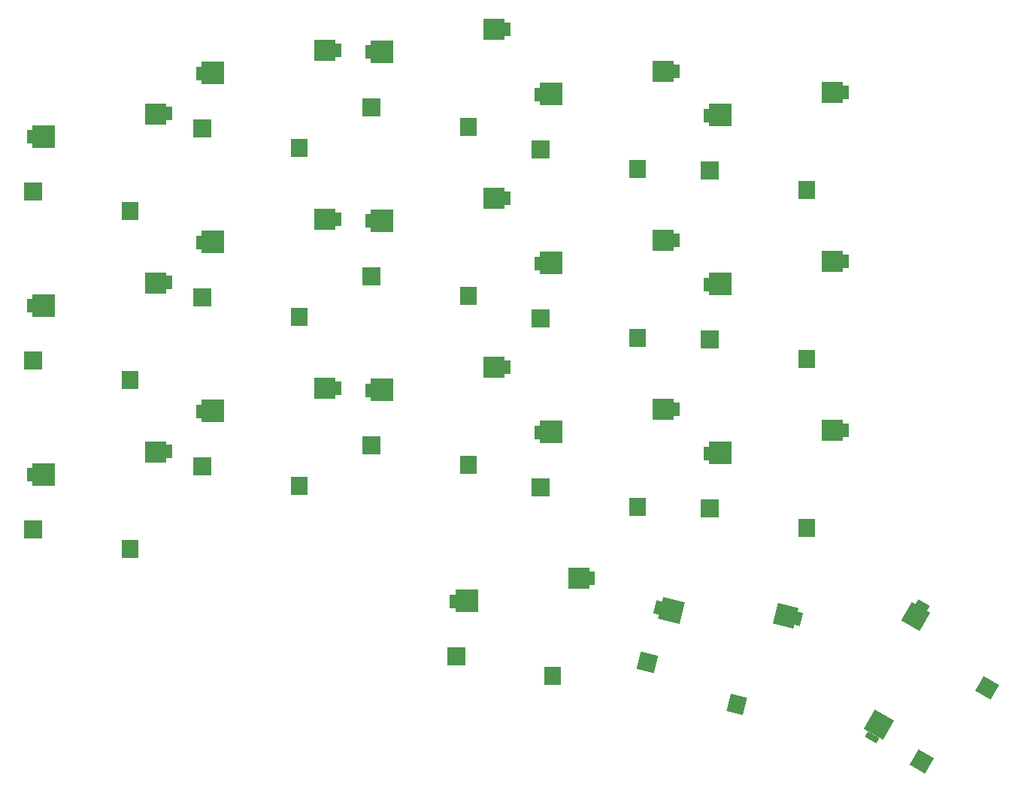
<source format=gbr>
%TF.GenerationSoftware,KiCad,Pcbnew,8.0.2-1*%
%TF.CreationDate,2024-06-10T16:48:46+09:00*%
%TF.ProjectId,Miriball36,4d697269-6261-46c6-9c33-362e6b696361,rev?*%
%TF.SameCoordinates,Original*%
%TF.FileFunction,Paste,Bot*%
%TF.FilePolarity,Positive*%
%FSLAX46Y46*%
G04 Gerber Fmt 4.6, Leading zero omitted, Abs format (unit mm)*
G04 Created by KiCad (PCBNEW 8.0.2-1) date 2024-06-10 16:48:46*
%MOMM*%
%LPD*%
G01*
G04 APERTURE LIST*
G04 Aperture macros list*
%AMRotRect*
0 Rectangle, with rotation*
0 The origin of the aperture is its center*
0 $1 length*
0 $2 width*
0 $3 Rotation angle, in degrees counterclockwise*
0 Add horizontal line*
21,1,$1,$2,0,0,$3*%
G04 Aperture macros list end*
%ADD10R,0.700000X1.500000*%
%ADD11R,2.000000X2.000000*%
%ADD12R,2.500000X2.500000*%
%ADD13R,1.900000X2.000000*%
%ADD14R,2.400000X2.400000*%
%ADD15RotRect,0.700000X1.500000X60.000000*%
%ADD16RotRect,2.000000X2.000000X240.000000*%
%ADD17RotRect,2.500000X2.500000X240.000000*%
%ADD18RotRect,1.900000X2.000000X240.000000*%
%ADD19RotRect,2.400000X2.400000X240.000000*%
%ADD20RotRect,0.700000X1.500000X346.000000*%
%ADD21RotRect,2.000000X2.000000X166.000000*%
%ADD22RotRect,2.500000X2.500000X166.000000*%
%ADD23RotRect,1.900000X2.000000X166.000000*%
%ADD24RotRect,2.400000X2.400000X166.000000*%
G04 APERTURE END LIST*
D10*
%TO.C,SW1*%
X49340000Y-56040000D03*
D11*
X49740000Y-62240000D03*
D12*
X50940000Y-56000000D03*
D13*
X60640000Y-64440000D03*
D14*
X63540000Y-53460000D03*
D10*
X65040000Y-53440000D03*
%TD*%
%TO.C,SW4*%
X106491200Y-51277400D03*
D11*
X106891200Y-57477400D03*
D12*
X108091200Y-51237400D03*
D13*
X117791200Y-59677400D03*
D14*
X120691200Y-48697400D03*
D10*
X122191200Y-48677400D03*
%TD*%
%TO.C,SW7*%
X68390400Y-67946500D03*
D11*
X68790400Y-74146500D03*
D12*
X69990400Y-67906500D03*
D13*
X79690400Y-76346500D03*
D14*
X82590400Y-65366500D03*
D10*
X84090400Y-65346500D03*
%TD*%
D15*
%TO.C,SW18*%
X144244936Y-123741216D03*
D16*
X149814294Y-126494806D03*
D17*
X145010295Y-122335575D03*
D18*
X157169550Y-118155129D03*
D19*
X149110591Y-110153655D03*
D15*
X149843270Y-108844617D03*
%TD*%
D10*
%TO.C,SW16*%
X96966000Y-108428600D03*
D11*
X97366000Y-114628600D03*
D12*
X98566000Y-108388600D03*
D13*
X108266000Y-116828600D03*
D14*
X111166000Y-105848600D03*
D10*
X112666000Y-105828600D03*
%TD*%
%TO.C,SW2*%
X68390400Y-48896100D03*
D11*
X68790400Y-55096100D03*
D12*
X69990400Y-48856100D03*
D13*
X79690400Y-57296100D03*
D14*
X82590400Y-46316100D03*
D10*
X84090400Y-46296100D03*
%TD*%
%TO.C,SW6*%
X49340000Y-75090400D03*
D11*
X49740000Y-81290400D03*
D12*
X50940000Y-75050400D03*
D13*
X60640000Y-83490400D03*
D14*
X63540000Y-72510400D03*
D10*
X65040000Y-72490400D03*
%TD*%
%TO.C,SW3*%
X87440800Y-46514800D03*
D11*
X87840800Y-52714800D03*
D12*
X89040800Y-46474800D03*
D13*
X98740800Y-54914800D03*
D14*
X101640800Y-43934800D03*
D10*
X103140800Y-43914800D03*
%TD*%
%TO.C,SW8*%
X87440800Y-65565200D03*
D11*
X87840800Y-71765200D03*
D12*
X89040800Y-65525200D03*
D13*
X98740800Y-73965200D03*
D14*
X101640800Y-62985200D03*
D10*
X103140800Y-62965200D03*
%TD*%
%TO.C,SW15*%
X125541600Y-91759500D03*
D11*
X125941600Y-97959500D03*
D12*
X127141600Y-91719500D03*
D13*
X136841600Y-100159500D03*
D14*
X139741600Y-89179500D03*
D10*
X141241600Y-89159500D03*
%TD*%
%TO.C,SW5*%
X125541600Y-53658700D03*
D11*
X125941600Y-59858700D03*
D12*
X127141600Y-53618700D03*
D13*
X136841600Y-62058700D03*
D14*
X139741600Y-51078700D03*
D10*
X141241600Y-51058700D03*
%TD*%
%TO.C,SW13*%
X87440800Y-84615600D03*
D11*
X87840800Y-90815600D03*
D12*
X89040800Y-84575600D03*
D13*
X98740800Y-93015600D03*
D14*
X101640800Y-82035600D03*
D10*
X103140800Y-82015600D03*
%TD*%
D20*
%TO.C,SW17*%
X120037291Y-109157925D03*
D21*
X118925494Y-115270527D03*
D22*
X121599441Y-109506188D03*
D23*
X128969489Y-120042126D03*
D24*
X134439649Y-110089853D03*
D20*
X135899931Y-110433329D03*
%TD*%
D10*
%TO.C,SW10*%
X125541600Y-72709100D03*
D11*
X125941600Y-78909100D03*
D12*
X127141600Y-72669100D03*
D13*
X136841600Y-81109100D03*
D14*
X139741600Y-70129100D03*
D10*
X141241600Y-70109100D03*
%TD*%
%TO.C,SW14*%
X106491200Y-89378200D03*
D11*
X106891200Y-95578200D03*
D12*
X108091200Y-89338200D03*
D13*
X117791200Y-97778200D03*
D14*
X120691200Y-86798200D03*
D10*
X122191200Y-86778200D03*
%TD*%
%TO.C,SW11*%
X49340000Y-94140800D03*
D11*
X49740000Y-100340800D03*
D12*
X50940000Y-94100800D03*
D13*
X60640000Y-102540800D03*
D14*
X63540000Y-91560800D03*
D10*
X65040000Y-91540800D03*
%TD*%
%TO.C,SW12*%
X68390400Y-86996900D03*
D11*
X68790400Y-93196900D03*
D12*
X69990400Y-86956900D03*
D13*
X79690400Y-95396900D03*
D14*
X82590400Y-84416900D03*
D10*
X84090400Y-84396900D03*
%TD*%
%TO.C,SW9*%
X106491200Y-70327800D03*
D11*
X106891200Y-76527800D03*
D12*
X108091200Y-70287800D03*
D13*
X117791200Y-78727800D03*
D14*
X120691200Y-67747800D03*
D10*
X122191200Y-67727800D03*
%TD*%
M02*

</source>
